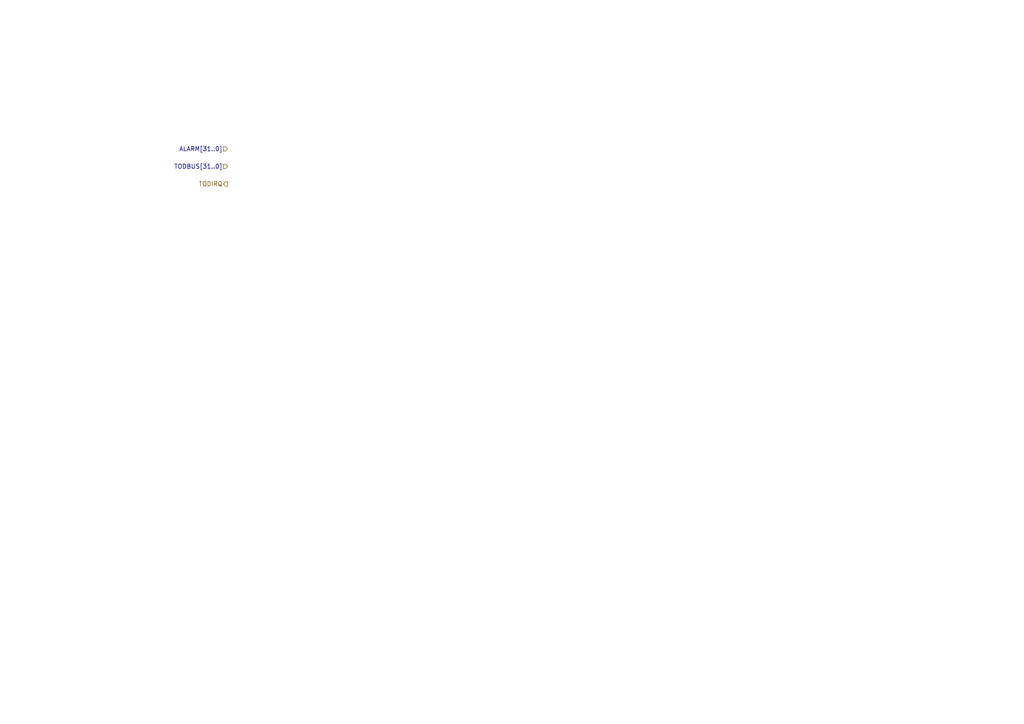
<source format=kicad_sch>
(kicad_sch (version 20211123) (generator eeschema)
  (paper "A4")
  (lib_symbols)
  (hierarchical_label "TODBUS[31..0]" (shape input) (at 66.04 48.26 180))
  (hierarchical_label "ALARM[31..0]" (shape input) (at 66.04 43.18 180))
  (hierarchical_label "TODIRQ" (shape output) (at 66.04 53.34 180))
)
</source>
